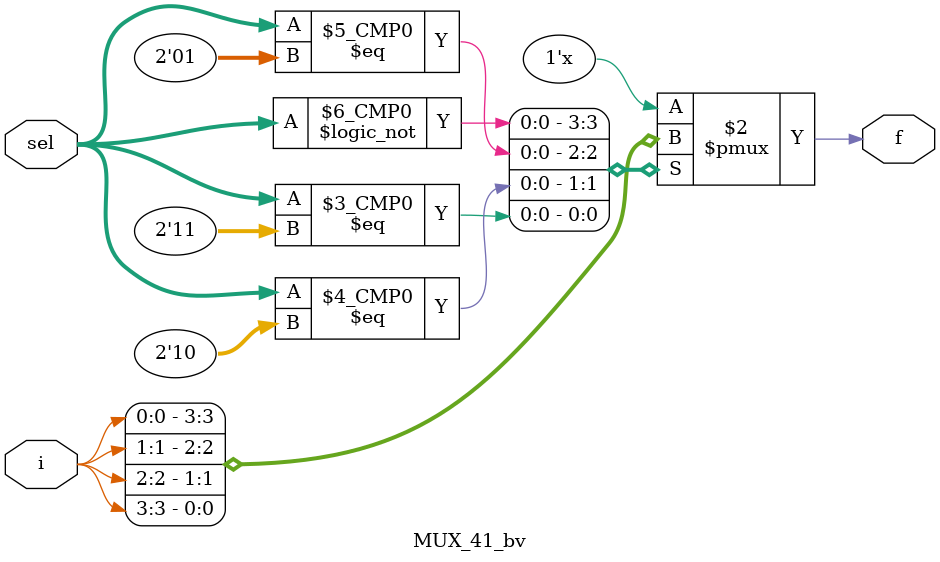
<source format=v>
`timescale 1ns / 1ps

// BEHAVIORAL MODELLING
module MUX_41_bv(
input [3:0] i,
input [1:0] sel,
output reg f    );

always@(*)
begin
casex(sel)
    2'b00 : f = i[0];
    2'b01 : f = i[1];
    2'b10 : f = i[2];
    2'b11 : f = i[3];
    default : f = 1'bx;
endcase
end
endmodule

</source>
